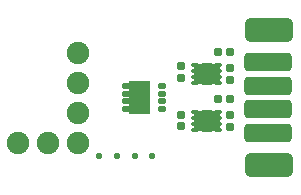
<source format=gbs>
G04*
G04 #@! TF.GenerationSoftware,Altium Limited,Altium Designer,21.5.1 (32)*
G04*
G04 Layer_Color=16711935*
%FSLAX25Y25*%
%MOIN*%
G70*
G04*
G04 #@! TF.SameCoordinates,46425C1A-2BEC-4B65-9795-0374EE0649E2*
G04*
G04*
G04 #@! TF.FilePolarity,Negative*
G04*
G01*
G75*
G04:AMPARAMS|DCode=30|XSize=27.56mil|YSize=29.53mil|CornerRadius=5.87mil|HoleSize=0mil|Usage=FLASHONLY|Rotation=180.000|XOffset=0mil|YOffset=0mil|HoleType=Round|Shape=RoundedRectangle|*
%AMROUNDEDRECTD30*
21,1,0.02756,0.01780,0,0,180.0*
21,1,0.01583,0.02953,0,0,180.0*
1,1,0.01173,-0.00791,0.00890*
1,1,0.01173,0.00791,0.00890*
1,1,0.01173,0.00791,-0.00890*
1,1,0.01173,-0.00791,-0.00890*
%
%ADD30ROUNDEDRECTD30*%
G04:AMPARAMS|DCode=32|XSize=27.56mil|YSize=29.53mil|CornerRadius=5.87mil|HoleSize=0mil|Usage=FLASHONLY|Rotation=90.000|XOffset=0mil|YOffset=0mil|HoleType=Round|Shape=RoundedRectangle|*
%AMROUNDEDRECTD32*
21,1,0.02756,0.01780,0,0,90.0*
21,1,0.01583,0.02953,0,0,90.0*
1,1,0.01173,0.00890,0.00791*
1,1,0.01173,0.00890,-0.00791*
1,1,0.01173,-0.00890,-0.00791*
1,1,0.01173,-0.00890,0.00791*
%
%ADD32ROUNDEDRECTD32*%
%ADD41C,0.07480*%
%ADD56R,0.09055X0.07087*%
G04:AMPARAMS|DCode=57|XSize=39.37mil|YSize=70.87mil|CornerRadius=3.56mil|HoleSize=0mil|Usage=FLASHONLY|Rotation=180.000|XOffset=0mil|YOffset=0mil|HoleType=Round|Shape=RoundedRectangle|*
%AMROUNDEDRECTD57*
21,1,0.03937,0.06374,0,0,180.0*
21,1,0.03224,0.07087,0,0,180.0*
1,1,0.00713,-0.01612,0.03187*
1,1,0.00713,0.01612,0.03187*
1,1,0.00713,0.01612,-0.03187*
1,1,0.00713,-0.01612,-0.03187*
%
%ADD57ROUNDEDRECTD57*%
G04:AMPARAMS|DCode=58|XSize=13.78mil|YSize=23.62mil|CornerRadius=3.59mil|HoleSize=0mil|Usage=FLASHONLY|Rotation=90.000|XOffset=0mil|YOffset=0mil|HoleType=Round|Shape=RoundedRectangle|*
%AMROUNDEDRECTD58*
21,1,0.01378,0.01644,0,0,90.0*
21,1,0.00659,0.02362,0,0,90.0*
1,1,0.00719,0.00822,0.00330*
1,1,0.00719,0.00822,-0.00330*
1,1,0.00719,-0.00822,-0.00330*
1,1,0.00719,-0.00822,0.00330*
%
%ADD58ROUNDEDRECTD58*%
%ADD59C,0.02165*%
G04:AMPARAMS|DCode=60|XSize=23.62mil|YSize=19.68mil|CornerRadius=4.25mil|HoleSize=0mil|Usage=FLASHONLY|Rotation=180.000|XOffset=0mil|YOffset=0mil|HoleType=Round|Shape=RoundedRectangle|*
%AMROUNDEDRECTD60*
21,1,0.02362,0.01118,0,0,180.0*
21,1,0.01512,0.01968,0,0,180.0*
1,1,0.00850,-0.00756,0.00559*
1,1,0.00850,0.00756,0.00559*
1,1,0.00850,0.00756,-0.00559*
1,1,0.00850,-0.00756,-0.00559*
%
%ADD60ROUNDEDRECTD60*%
G04:AMPARAMS|DCode=61|XSize=27.56mil|YSize=19.68mil|CornerRadius=4.25mil|HoleSize=0mil|Usage=FLASHONLY|Rotation=180.000|XOffset=0mil|YOffset=0mil|HoleType=Round|Shape=RoundedRectangle|*
%AMROUNDEDRECTD61*
21,1,0.02756,0.01118,0,0,180.0*
21,1,0.01906,0.01968,0,0,180.0*
1,1,0.00850,-0.00953,0.00559*
1,1,0.00850,0.00953,0.00559*
1,1,0.00850,0.00953,-0.00559*
1,1,0.00850,-0.00953,-0.00559*
%
%ADD61ROUNDEDRECTD61*%
G04:AMPARAMS|DCode=62|XSize=161.42mil|YSize=82.68mil|CornerRadius=21.65mil|HoleSize=0mil|Usage=FLASHONLY|Rotation=0.000|XOffset=0mil|YOffset=0mil|HoleType=Round|Shape=RoundedRectangle|*
%AMROUNDEDRECTD62*
21,1,0.16142,0.03937,0,0,0.0*
21,1,0.11811,0.08268,0,0,0.0*
1,1,0.04331,0.05906,-0.01968*
1,1,0.04331,-0.05906,-0.01968*
1,1,0.04331,-0.05906,0.01968*
1,1,0.04331,0.05906,0.01968*
%
%ADD62ROUNDEDRECTD62*%
G04:AMPARAMS|DCode=63|XSize=161.42mil|YSize=62.99mil|CornerRadius=16.73mil|HoleSize=0mil|Usage=FLASHONLY|Rotation=180.000|XOffset=0mil|YOffset=0mil|HoleType=Round|Shape=RoundedRectangle|*
%AMROUNDEDRECTD63*
21,1,0.16142,0.02953,0,0,180.0*
21,1,0.12795,0.06299,0,0,180.0*
1,1,0.03347,-0.06398,0.01476*
1,1,0.03347,0.06398,0.01476*
1,1,0.03347,0.06398,-0.01476*
1,1,0.03347,-0.06398,-0.01476*
%
%ADD63ROUNDEDRECTD63*%
G36*
X48819Y35039D02*
X41732Y35039D01*
X41732Y24016D01*
X48819Y24016D01*
Y35039D01*
D02*
G37*
D30*
X71457Y44685D02*
D03*
X75394D02*
D03*
Y28937D02*
D03*
X71457D02*
D03*
D32*
X75492Y23622D02*
D03*
Y19685D02*
D03*
X59153Y23819D02*
D03*
Y19882D02*
D03*
X59350Y36024D02*
D03*
Y39961D02*
D03*
X75492Y39272D02*
D03*
Y35335D02*
D03*
D41*
X5000Y14528D02*
D03*
X15000D02*
D03*
X25000Y44528D02*
D03*
Y34528D02*
D03*
Y24528D02*
D03*
Y14528D02*
D03*
D56*
X67716Y37402D02*
D03*
Y21654D02*
D03*
D57*
Y21654D02*
D03*
X67716Y37402D02*
D03*
D58*
X63976Y24606D02*
D03*
X63976Y22638D02*
D03*
Y20669D02*
D03*
X63976Y18701D02*
D03*
X71457D02*
D03*
Y20669D02*
D03*
X71457Y22638D02*
D03*
Y24606D02*
D03*
X63976Y40354D02*
D03*
Y38386D02*
D03*
X63976Y36417D02*
D03*
X63976Y34449D02*
D03*
X71457Y34449D02*
D03*
Y36417D02*
D03*
Y38386D02*
D03*
Y40354D02*
D03*
D59*
X43701Y10039D02*
D03*
X37795D02*
D03*
X49606D02*
D03*
X31890D02*
D03*
D60*
X40905Y33366D02*
D03*
Y25689D02*
D03*
Y28248D02*
D03*
Y30807D02*
D03*
D61*
X52756Y25689D02*
D03*
Y28248D02*
D03*
Y30807D02*
D03*
Y33366D02*
D03*
D62*
X88583Y6890D02*
D03*
Y52165D02*
D03*
D63*
X88189Y17717D02*
D03*
Y41339D02*
D03*
Y33465D02*
D03*
Y25591D02*
D03*
M02*

</source>
